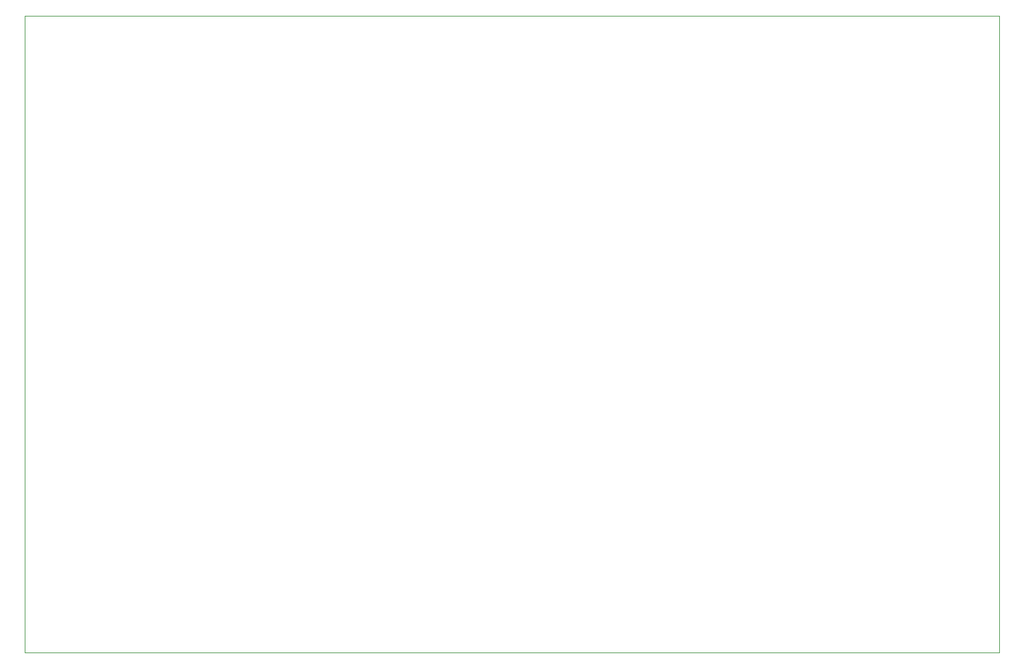
<source format=gbr>
%TF.GenerationSoftware,KiCad,Pcbnew,8.0.5*%
%TF.CreationDate,2025-03-07T14:51:54+05:30*%
%TF.ProjectId,Rapid_Core-RCP,52617069-645f-4436-9f72-652d5243502e,REV 1.0.0*%
%TF.SameCoordinates,PX811ac80PY7212260*%
%TF.FileFunction,Profile,NP*%
%FSLAX46Y46*%
G04 Gerber Fmt 4.6, Leading zero omitted, Abs format (unit mm)*
G04 Created by KiCad (PCBNEW 8.0.5) date 2025-03-07 14:51:54*
%MOMM*%
%LPD*%
G01*
G04 APERTURE LIST*
%TA.AperFunction,Profile*%
%ADD10C,0.100000*%
%TD*%
G04 APERTURE END LIST*
D10*
X0Y85000000D02*
X130000000Y85000000D01*
X130000000Y0D01*
X0Y0D01*
X0Y85000000D01*
M02*

</source>
